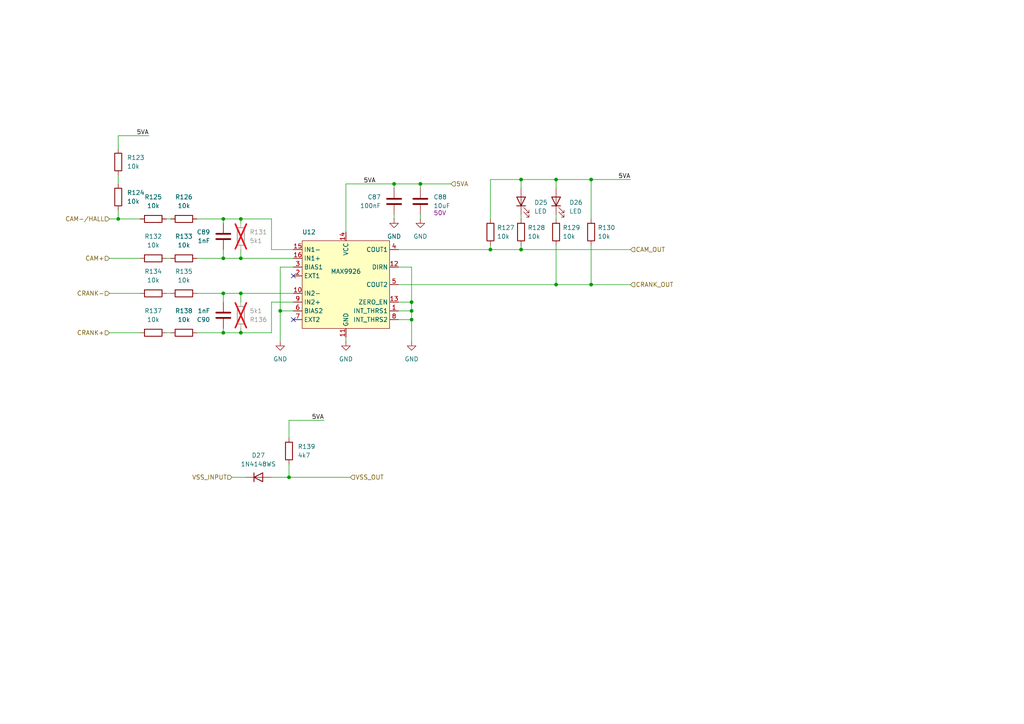
<source format=kicad_sch>
(kicad_sch (version 20231120) (generator "eeschema") (generator_version "8.0")
  (paper "A4")
  (lib_symbols
    (symbol "Device:C" (pin_numbers hide) (pin_names (offset 0.254))
      (property "Reference" "C" (at 0.635 2.54 0))
      (property "Value" "C" (at 0.635 -2.54 0))
      (symbol "C_0_1"
        (polyline (pts (xy -2.032 -0.762) (xy 2.032 -0.762)) (stroke (width 0.508)))
        (polyline (pts (xy -2.032 0.762) (xy 2.032 0.762)) (stroke (width 0.508)))
      )
      (symbol "C_1_1"
        (pin passive line (at 0 3.81 270) (length 2.794) (name "~") (number "1"))
        (pin passive line (at 0 -3.81 90) (length 2.794) (name "~") (number "2"))
      )
    )
    (symbol "Device:LED" (pin_numbers hide) (pin_names (offset 1.016) hide)
      (property "Reference" "D" (at 0 2.54 0))
      (property "Value" "LED" (at 0 -2.54 0))
      (symbol "LED_0_1"
        (polyline (pts (xy -1.27 -1.27) (xy -1.27 1.27)) (stroke (width 0.254)))
        (polyline (pts (xy -1.27 0) (xy 1.27 0)))
        (polyline (pts (xy 1.27 -1.27) (xy 1.27 1.27) (xy -1.27 0) (xy 1.27 -1.27)) (stroke (width 0.254)))
        (polyline (pts (xy -3.048 -0.762) (xy -4.572 -2.286) (xy -3.81 -2.286) (xy -4.572 -2.286) (xy -4.572 -1.524)))
        (polyline (pts (xy -1.778 -0.762) (xy -3.302 -2.286) (xy -2.54 -2.286) (xy -3.302 -2.286) (xy -3.302 -1.524)))
      )
      (symbol "LED_1_1"
        (pin passive line (at -3.81 0 0) (length 2.54) (name "K") (number "1"))
        (pin passive line (at 3.81 0 180) (length 2.54) (name "A") (number "2"))
      )
    )
    (symbol "Device:R" (pin_numbers hide) (pin_names (offset 0))
      (property "Reference" "R" (at 2.032 0 90))
      (property "Value" "R" (at 0 0 90))
      (symbol "R_0_1"
        (rectangle (start -1.016 -2.54) (end 1.016 2.54) (stroke (width 0.254)))
      )
      (symbol "R_1_1"
        (pin passive line (at 0 3.81 270) (length 1.27) (name "~") (number "1"))
        (pin passive line (at 0 -3.81 90) (length 1.27) (name "~") (number "2"))
      )
    )
    (symbol "Diode:1N4148WS" (pin_numbers hide) (pin_names hide)
      (property "Reference" "D" (at 0 2.54 0))
      (property "Value" "1N4148WS" (at 0 -2.54 0))
      (symbol "1N4148WS_0_1"
        (polyline (pts (xy -1.27 1.27) (xy -1.27 -1.27)) (stroke (width 0.254)))
        (polyline (pts (xy 1.27 0) (xy -1.27 0)))
        (polyline (pts (xy 1.27 1.27) (xy 1.27 -1.27) (xy -1.27 0) (xy 1.27 1.27)) (stroke (width 0.254)))
      )
      (symbol "1N4148WS_1_1"
        (pin passive line (at -3.81 0 0) (length 2.54) (name "K") (number "1"))
        (pin passive line (at 3.81 0 180) (length 2.54) (name "A") (number "2"))
      )
    )
    (symbol "balefi-library:MAX9926"
      (property "Reference" "U" (at -10.16 13.97 0))
      (symbol "MAX9926_1_1"
        (rectangle (start -12.7 12.7) (end 12.7 -12.7) (fill (type background)))
        (pin input line (at 15.24 -7.62 180) (length 2.54) (name "INT_THRS1") (number "1"))
        (pin input line (at -15.24 -2.54 0) (length 2.54) (name "IN2-") (number "10"))
        (pin input line (at 0 -15.24 90) (length 2.54) (name "GND") (number "11"))
        (pin input line (at 15.24 5.08 180) (length 2.54) (name "DIRN") (number "12"))
        (pin input line (at 15.24 -5.08 180) (length 2.54) (name "ZERO_EN") (number "13"))
        (pin input line (at 0 15.24 270) (length 2.54) (name "VCC") (number "14"))
        (pin input line (at -15.24 10.16 0) (length 2.54) (name "IN1-") (number "15"))
        (pin input line (at -15.24 7.62 0) (length 2.54) (name "IN1+") (number "16"))
        (pin input line (at -15.24 2.54 0) (length 2.54) (name "EXT1") (number "2"))
        (pin input line (at -15.24 5.08 0) (length 2.54) (name "BIAS1") (number "3"))
        (pin input line (at 15.24 10.16 180) (length 2.54) (name "COUT1") (number "4"))
        (pin input line (at 15.24 0 180) (length 2.54) (name "COUT2") (number "5"))
        (pin input line (at -15.24 -7.62 0) (length 2.54) (name "BIAS2") (number "6"))
        (pin input line (at -15.24 -10.16 0) (length 2.54) (name "EXT2") (number "7"))
        (pin input line (at 15.24 -10.16 180) (length 2.54) (name "INT_THRS2") (number "8"))
        (pin input line (at -15.24 -5.08 0) (length 2.54) (name "IN2+") (number "9"))
      )
    )
    (symbol "power:GND" (power) (pin_numbers hide) (pin_names (offset 0) hide)
      (property "Value" "GND" (at 0 -3.81 0))
      (symbol "GND_0_1"
        (polyline (pts (xy 0 0) (xy 0 -1.27) (xy 1.27 -1.27) (xy 0 -2.54) (xy -1.27 -1.27) (xy 0 -1.27)))
      )
      (symbol "GND_1_1"
        (pin power_in line (at 0 0 270) (length 0) (name "~") (number "1"))
      )
    )
  )
  (junction (at 119.38 92.71))
  (junction (at 121.92 53.34))
  (junction (at 69.85 74.93))
  (junction (at 161.29 82.55))
  (junction (at 69.85 85.09))
  (junction (at 151.13 72.39))
  (junction (at 64.77 85.09))
  (junction (at 171.45 52.07))
  (junction (at 69.85 63.5))
  (junction (at 151.13 52.07))
  (junction (at 171.45 82.55))
  (junction (at 34.29 63.5))
  (junction (at 119.38 87.63))
  (junction (at 64.77 63.5))
  (junction (at 119.38 90.17))
  (junction (at 114.3 53.34))
  (junction (at 64.77 96.52))
  (junction (at 81.28 90.17))
  (junction (at 64.77 74.93))
  (junction (at 142.24 72.39))
  (junction (at 83.82 138.43))
  (junction (at 161.29 52.07))
  (junction (at 69.85 96.52))
  (no_connect (at 85.09 92.71))
  (no_connect (at 85.09 80.01))
  (wire (pts (xy 57.15 85.09) (xy 64.77 85.09)))
  (wire (pts (xy 64.77 87.63) (xy 64.77 85.09)))
  (wire (pts (xy 161.29 82.55) (xy 171.45 82.55)))
  (wire (pts (xy 119.38 90.17) (xy 119.38 92.71)))
  (wire (pts (xy 48.26 74.93) (xy 49.53 74.93)))
  (wire (pts (xy 69.85 74.93) (xy 85.09 74.93)))
  (wire (pts (xy 69.85 72.39) (xy 69.85 74.93)))
  (wire (pts (xy 48.26 85.09) (xy 49.53 85.09)))
  (wire (pts (xy 119.38 92.71) (xy 119.38 99.06)))
  (wire (pts (xy 85.09 77.47) (xy 81.28 77.47)))
  (wire (pts (xy 69.85 87.63) (xy 69.85 85.09)))
  (wire (pts (xy 57.15 96.52) (xy 64.77 96.52)))
  (wire (pts (xy 100.33 53.34) (xy 114.3 53.34)))
  (wire (pts (xy 31.75 74.93) (xy 40.64 74.93)))
  (wire (pts (xy 142.24 63.5) (xy 142.24 52.07)))
  (wire (pts (xy 142.24 71.12) (xy 142.24 72.39)))
  (wire (pts (xy 64.77 96.52) (xy 69.85 96.52)))
  (wire (pts (xy 142.24 72.39) (xy 151.13 72.39)))
  (wire (pts (xy 78.74 87.63) (xy 78.74 96.52)))
  (wire (pts (xy 64.77 96.52) (xy 64.77 95.25)))
  (wire (pts (xy 57.15 74.93) (xy 64.77 74.93)))
  (wire (pts (xy 69.85 96.52) (xy 69.85 95.25)))
  (wire (pts (xy 64.77 63.5) (xy 69.85 63.5)))
  (wire (pts (xy 69.85 96.52) (xy 78.74 96.52)))
  (wire (pts (xy 115.57 82.55) (xy 161.29 82.55)))
  (wire (pts (xy 121.92 53.34) (xy 121.92 54.61)))
  (wire (pts (xy 69.85 63.5) (xy 69.85 64.77)))
  (wire (pts (xy 83.82 121.92) (xy 93.98 121.92)))
  (wire (pts (xy 31.75 96.52) (xy 40.64 96.52)))
  (wire (pts (xy 83.82 127) (xy 83.82 121.92)))
  (wire (pts (xy 114.3 62.23) (xy 114.3 63.5)))
  (wire (pts (xy 34.29 50.8) (xy 34.29 53.34)))
  (wire (pts (xy 64.77 85.09) (xy 69.85 85.09)))
  (wire (pts (xy 64.77 63.5) (xy 64.77 64.77)))
  (wire (pts (xy 115.57 92.71) (xy 119.38 92.71)))
  (wire (pts (xy 151.13 71.12) (xy 151.13 72.39)))
  (wire (pts (xy 151.13 62.23) (xy 151.13 63.5)))
  (wire (pts (xy 48.26 63.5) (xy 49.53 63.5)))
  (wire (pts (xy 115.57 72.39) (xy 142.24 72.39)))
  (wire (pts (xy 85.09 72.39) (xy 78.74 72.39)))
  (wire (pts (xy 57.15 63.5) (xy 64.77 63.5)))
  (wire (pts (xy 151.13 52.07) (xy 151.13 54.61)))
  (wire (pts (xy 114.3 53.34) (xy 114.3 54.61)))
  (wire (pts (xy 161.29 71.12) (xy 161.29 82.55)))
  (wire (pts (xy 121.92 53.34) (xy 130.81 53.34)))
  (wire (pts (xy 34.29 63.5) (xy 40.64 63.5)))
  (wire (pts (xy 182.88 52.07) (xy 171.45 52.07)))
  (wire (pts (xy 161.29 52.07) (xy 161.29 54.61)))
  (wire (pts (xy 121.92 62.23) (xy 121.92 63.5)))
  (wire (pts (xy 114.3 53.34) (xy 121.92 53.34)))
  (wire (pts (xy 31.75 63.5) (xy 34.29 63.5)))
  (wire (pts (xy 171.45 82.55) (xy 182.88 82.55)))
  (wire (pts (xy 43.18 39.37) (xy 34.29 39.37)))
  (wire (pts (xy 161.29 62.23) (xy 161.29 63.5)))
  (wire (pts (xy 31.75 85.09) (xy 40.64 85.09)))
  (wire (pts (xy 83.82 138.43) (xy 78.74 138.43)))
  (wire (pts (xy 119.38 77.47) (xy 119.38 87.63)))
  (wire (pts (xy 100.33 67.31) (xy 100.33 53.34)))
  (wire (pts (xy 115.57 90.17) (xy 119.38 90.17)))
  (wire (pts (xy 115.57 77.47) (xy 119.38 77.47)))
  (wire (pts (xy 171.45 71.12) (xy 171.45 82.55)))
  (wire (pts (xy 81.28 90.17) (xy 85.09 90.17)))
  (wire (pts (xy 69.85 63.5) (xy 78.74 63.5)))
  (wire (pts (xy 78.74 72.39) (xy 78.74 63.5)))
  (wire (pts (xy 69.85 85.09) (xy 85.09 85.09)))
  (wire (pts (xy 34.29 60.96) (xy 34.29 63.5)))
  (wire (pts (xy 115.57 87.63) (xy 119.38 87.63)))
  (wire (pts (xy 100.33 97.79) (xy 100.33 99.06)))
  (wire (pts (xy 151.13 72.39) (xy 182.88 72.39)))
  (wire (pts (xy 81.28 77.47) (xy 81.28 90.17)))
  (wire (pts (xy 171.45 52.07) (xy 161.29 52.07)))
  (wire (pts (xy 119.38 87.63) (xy 119.38 90.17)))
  (wire (pts (xy 85.09 87.63) (xy 78.74 87.63)))
  (wire (pts (xy 171.45 52.07) (xy 171.45 63.5)))
  (wire (pts (xy 64.77 74.93) (xy 69.85 74.93)))
  (wire (pts (xy 64.77 72.39) (xy 64.77 74.93)))
  (wire (pts (xy 48.26 96.52) (xy 49.53 96.52)))
  (wire (pts (xy 142.24 52.07) (xy 151.13 52.07)))
  (wire (pts (xy 83.82 134.62) (xy 83.82 138.43)))
  (wire (pts (xy 83.82 138.43) (xy 101.6 138.43)))
  (wire (pts (xy 161.29 52.07) (xy 151.13 52.07)))
  (wire (pts (xy 34.29 39.37) (xy 34.29 43.18)))
  (wire (pts (xy 67.31 138.43) (xy 71.12 138.43)))
  (wire (pts (xy 81.28 90.17) (xy 81.28 99.06)))
  (label "5VA" (at 182.88 52.07 180))
  (label "5VA" (at 43.18 39.37 180))
  (label "5VA" (at 93.98 121.92 180))
  (label "5VA" (at 105.41 53.34 0))
  (hierarchical_label "CRANK-" (shape input) (at 31.75 85.09 180))
  (hierarchical_label "VSS_OUT" (shape input) (at 101.6 138.43 0))
  (hierarchical_label "CAM-{slash}HALL" (shape input) (at 31.75 63.5 180))
  (hierarchical_label "5VA" (shape input) (at 130.81 53.34 0))
  (hierarchical_label "CAM+" (shape input) (at 31.75 74.93 180))
  (hierarchical_label "CAM_OUT" (shape input) (at 182.88 72.39 0))
  (hierarchical_label "VSS_INPUT" (shape input) (at 67.31 138.43 180))
  (hierarchical_label "CRANK+" (shape input) (at 31.75 96.52 180))
  (hierarchical_label "CRANK_OUT" (shape input) (at 182.88 82.55 0))
  (symbol (lib_id "Device:R") (at 53.34 74.93 90) (unit 1)
    (property "Reference" "R133" (at 53.34 68.58 90))
    (property "Value" "10k" (at 53.34 71.12 90))
    (property "Footprint" "Resistor_SMD:R_1206_3216Metric" (effects (hide yes)))
    (property "MPN" "AC1206JR-0710KL" (effects (hide yes)))
  )
  (symbol (lib_id "Device:R") (at 53.34 63.5 90) (unit 1)
    (property "Reference" "R126" (at 53.34 57.15 90))
    (property "Value" "10k" (at 53.34 59.69 90))
    (property "Footprint" "Resistor_SMD:R_1206_3216Metric" (effects (hide yes)))
    (property "MPN" "AC1206JR-0710KL" (effects (hide yes)))
  )
  (symbol (lib_id "Diode:1N4148WS") (at 74.93 138.43 0) (unit 1)
    (property "Reference" "D27" (at 74.93 132.08 0))
    (property "Value" "1N4148WS" (at 74.93 134.62 0))
    (property "Footprint" "Diode_SMD:D_SOD-323" (effects (hide yes)))
    (property "Datasheet" "https://www.vishay.com/docs/85751/1n4148ws.pdf" (effects (hide yes)))
    (property "Sim.Device" "D" (effects (hide yes)))
    (property "Sim.Pins" "1=K 2=A" (effects (hide yes)))
    (property "MPN" "1N4148WS-7-F" (effects (hide yes)))
  )
  (symbol (lib_id "power:GND") (at 121.92 63.5 0) (unit 1)
    (property "Reference" "#PWR0131" (effects (hide yes)))
    (property "Value" "GND" (at 121.92 68.58 0))
    (property "Description" "Power symbol creates a global label with name \"GND\" , ground" (effects (hide yes)))
  )
  (symbol (lib_id "Device:R") (at 34.29 46.99 180) (unit 1)
    (property "Reference" "R123" (at 36.83 45.72 0) (effects (justify right)))
    (property "Value" "10k" (at 36.83 48.26 0) (effects (justify right)))
    (property "Footprint" "Resistor_SMD:R_1206_3216Metric" (effects (hide yes)))
    (property "MPN" "AC1206JR-0710KL" (effects (hide yes)))
  )
  (symbol (lib_id "Device:R") (at 69.85 91.44 0) (mirror y) (unit 1) (in_bom no) (dnp yes)
    (property "Reference" "R136" (at 72.39 92.71 0) (effects (justify right)))
    (property "Value" "5k1" (at 72.39 90.17 0) (effects (justify right)))
    (property "Footprint" "Resistor_SMD:R_0603_1608Metric" (effects (hide yes)))
  )
  (symbol (lib_id "Device:R") (at 151.13 67.31 0) (unit 1)
    (property "Reference" "R128" (at 153.035 66.04 0) (effects (justify left)))
    (property "Value" "10k" (at 153.035 68.58 0) (effects (justify left)))
    (property "Footprint" "Resistor_SMD:R_0402_1005Metric" (effects (hide yes)))
    (property "MPN" "AC0402JR-0710KL" (effects (hide yes)))
  )
  (symbol (lib_id "Device:R") (at 171.45 67.31 0) (unit 1)
    (property "Reference" "R130" (at 173.355 66.04 0) (effects (justify left)))
    (property "Value" "10k" (at 173.355 68.58 0) (effects (justify left)))
    (property "Footprint" "Resistor_SMD:R_0402_1005Metric" (effects (hide yes)))
    (property "MPN" "AC0402JR-0710KL" (effects (hide yes)))
  )
  (symbol (lib_id "Device:LED") (at 151.13 58.42 90) (unit 1)
    (property "Reference" "D25" (at 154.94 58.7375 90) (effects (justify right)))
    (property "Value" "LED" (at 154.94 61.2775 90) (effects (justify right)))
    (property "Footprint" "LED_SMD:LED_0603_1608Metric" (effects (hide yes)))
    (property "MPN" "150060AS75000" (effects (hide yes)))
  )
  (symbol (lib_id "power:GND") (at 114.3 63.5 0) (unit 1)
    (property "Reference" "#PWR0130" (effects (hide yes)))
    (property "Value" "GND" (at 114.3 68.58 0))
    (property "Description" "Power symbol creates a global label with name \"GND\" , ground" (effects (hide yes)))
  )
  (symbol (lib_id "Device:C") (at 64.77 68.58 0) (mirror y) (unit 1)
    (property "Reference" "C89" (at 60.96 67.31 0) (effects (justify left)))
    (property "Value" "1nF" (at 60.96 69.85 0) (effects (justify left)))
    (property "Footprint" "Capacitor_SMD:C_0805_2012Metric" (effects (hide yes)))
    (property "MPN" "CL10B102KB8WPNC" (effects (hide yes)))
  )
  (symbol (lib_id "Device:R") (at 44.45 74.93 90) (unit 1)
    (property "Reference" "R132" (at 44.45 68.58 90))
    (property "Value" "10k" (at 44.45 71.12 90))
    (property "Footprint" "Resistor_SMD:R_1206_3216Metric" (effects (hide yes)))
    (property "MPN" "AC1206JR-0710KL" (effects (hide yes)))
  )
  (symbol (lib_id "power:GND") (at 81.28 99.06 0) (unit 1)
    (property "Reference" "#PWR0132" (effects (hide yes)))
    (property "Value" "GND" (at 81.28 104.14 0))
    (property "Description" "Power symbol creates a global label with name \"GND\" , ground" (effects (hide yes)))
  )
  (symbol (lib_id "Device:C") (at 114.3 58.42 0) (mirror y) (unit 1)
    (property "Reference" "C87" (at 110.49 57.15 0) (effects (justify left)))
    (property "Value" "100nF" (at 110.49 59.69 0) (effects (justify left)))
    (property "Footprint" "Capacitor_SMD:C_0402_1005Metric" (effects (hide yes)))
    (property "MPN" "CL05B104KB54PNC" (effects (hide yes)))
  )
  (symbol (lib_id "power:GND") (at 100.33 99.06 0) (unit 1)
    (property "Reference" "#PWR0133" (effects (hide yes)))
    (property "Value" "GND" (at 100.33 104.14 0))
    (property "Description" "Power symbol creates a global label with name \"GND\" , ground" (effects (hide yes)))
  )
  (symbol (lib_id "Device:C") (at 121.92 58.42 0) (unit 1)
    (property "Reference" "C88" (at 125.73 57.15 0) (effects (justify left)))
    (property "Value" "10uF" (at 125.73 59.69 0) (effects (justify left)))
    (property "Footprint" "Capacitor_SMD:C_1206_3216Metric" (effects (hide yes)))
    (property "Napięcie" "50V" (at 127.597 61.7485 0))
    (property "MPN" "CL31A106KBHNNNE" (effects (hide yes)))
  )
  (symbol (lib_id "power:GND") (at 119.38 99.06 0) (unit 1)
    (property "Reference" "#PWR0134" (effects (hide yes)))
    (property "Value" "GND" (at 119.38 104.14 0))
    (property "Description" "Power symbol creates a global label with name \"GND\" , ground" (effects (hide yes)))
  )
  (symbol (lib_id "Device:R") (at 161.29 67.31 0) (unit 1)
    (property "Reference" "R129" (at 163.195 66.04 0) (effects (justify left)))
    (property "Value" "10k" (at 163.195 68.58 0) (effects (justify left)))
    (property "Footprint" "Resistor_SMD:R_0402_1005Metric" (effects (hide yes)))
    (property "MPN" "AC0402JR-0710KL" (effects (hide yes)))
  )
  (symbol (lib_id "Device:R") (at 69.85 68.58 180) (unit 1) (in_bom no) (dnp yes)
    (property "Reference" "R131" (at 72.39 67.31 0) (effects (justify right)))
    (property "Value" "5k1" (at 72.39 69.85 0) (effects (justify right)))
    (property "Footprint" "Resistor_SMD:R_0603_1608Metric" (effects (hide yes)))
  )
  (symbol (lib_id "Device:R") (at 44.45 63.5 90) (unit 1)
    (property "Reference" "R125" (at 44.45 57.15 90))
    (property "Value" "10k" (at 44.45 59.69 90))
    (property "Footprint" "Resistor_SMD:R_1206_3216Metric" (effects (hide yes)))
    (property "MPN" "AC1206JR-0710KL" (effects (hide yes)))
  )
  (symbol (lib_id "Device:R") (at 142.24 67.31 0) (unit 1)
    (property "Reference" "R127" (at 144.145 66.04 0) (effects (justify left)))
    (property "Value" "10k" (at 144.145 68.58 0) (effects (justify left)))
    (property "Footprint" "Resistor_SMD:R_0402_1005Metric" (effects (hide yes)))
    (property "MPN" "AC0402JR-0710KL" (effects (hide yes)))
  )
  (symbol (lib_id "Device:R") (at 53.34 96.52 90) (unit 1)
    (property "Reference" "R138" (at 53.34 90.17 90))
    (property "Value" "10k" (at 53.34 92.71 90))
    (property "Footprint" "Resistor_SMD:R_1206_3216Metric" (effects (hide yes)))
    (property "MPN" "AC1206JR-0710KL" (effects (hide yes)))
  )
  (symbol (lib_id "Device:R") (at 44.45 85.09 90) (unit 1)
    (property "Reference" "R134" (at 44.45 78.74 90))
    (property "Value" "10k" (at 44.45 81.28 90))
    (property "Footprint" "Resistor_SMD:R_1206_3216Metric" (effects (hide yes)))
    (property "MPN" "AC1206JR-0710KL" (effects (hide yes)))
  )
  (symbol (lib_id "Device:R") (at 83.82 130.81 180) (unit 1)
    (property "Reference" "R139" (at 86.36 129.54 0) (effects (justify right)))
    (property "Value" "4k7" (at 86.36 132.08 0) (effects (justify right)))
    (property "Footprint" "Resistor_SMD:R_0402_1005Metric" (effects (hide yes)))
    (property "MPN" "AC0402FR-074K7L" (effects (hide yes)))
  )
  (symbol (lib_id "Device:R") (at 34.29 57.15 180) (unit 1)
    (property "Reference" "R124" (at 36.83 55.88 0) (effects (justify right)))
    (property "Value" "10k" (at 36.83 58.42 0) (effects (justify right)))
    (property "Footprint" "Resistor_SMD:R_1206_3216Metric" (effects (hide yes)))
    (property "MPN" "AC1206JR-0710KL" (effects (hide yes)))
  )
  (symbol (lib_id "balefi-library:MAX9926") (at 100.33 82.55 0) (unit 1)
    (property "Reference" "U12" (at 87.63 67.31 0) (effects (justify left)))
    (property "Value" "MAX9926" (at 100.33 78.74 0))
    (property "Footprint" "Package_SO:QSOP-16_3.9x4.9mm_P0.635mm" (effects (hide yes)))
    (property "MPN" "MAX9926UAEE+T" (effects (hide yes)))
  )
  (symbol (lib_id "Device:C") (at 64.77 91.44 180) (unit 1)
    (property "Reference" "C90" (at 60.96 92.71 0) (effects (justify left)))
    (property "Value" "1nF" (at 60.96 90.17 0) (effects (justify left)))
    (property "Footprint" "Capacitor_SMD:C_0805_2012Metric" (effects (hide yes)))
    (property "MPN" "CL10B102KB8WPNC" (effects (hide yes)))
  )
  (symbol (lib_id "Device:R") (at 53.34 85.09 90) (unit 1)
    (property "Reference" "R135" (at 53.34 78.74 90))
    (property "Value" "10k" (at 53.34 81.28 90))
    (property "Footprint" "Resistor_SMD:R_1206_3216Metric" (effects (hide yes)))
    (property "MPN" "AC1206JR-0710KL" (effects (hide yes)))
  )
  (symbol (lib_id "Device:LED") (at 161.29 58.42 90) (unit 1)
    (property "Reference" "D26" (at 165.1 58.7375 90) (effects (justify right)))
    (property "Value" "LED" (at 165.1 61.2775 90) (effects (justify right)))
    (property "Footprint" "LED_SMD:LED_0603_1608Metric" (effects (hide yes)))
    (property "MPN" "150060AS75000" (effects (hide yes)))
  )
  (symbol (lib_id "Device:R") (at 44.45 96.52 90) (unit 1)
    (property "Reference" "R137" (at 44.45 90.17 90))
    (property "Value" "10k" (at 44.45 92.71 90))
    (property "Footprint" "Resistor_SMD:R_1206_3216Metric" (effects (hide yes)))
    (property "MPN" "AC1206JR-0710KL" (effects (hide yes)))
  )
)
</source>
